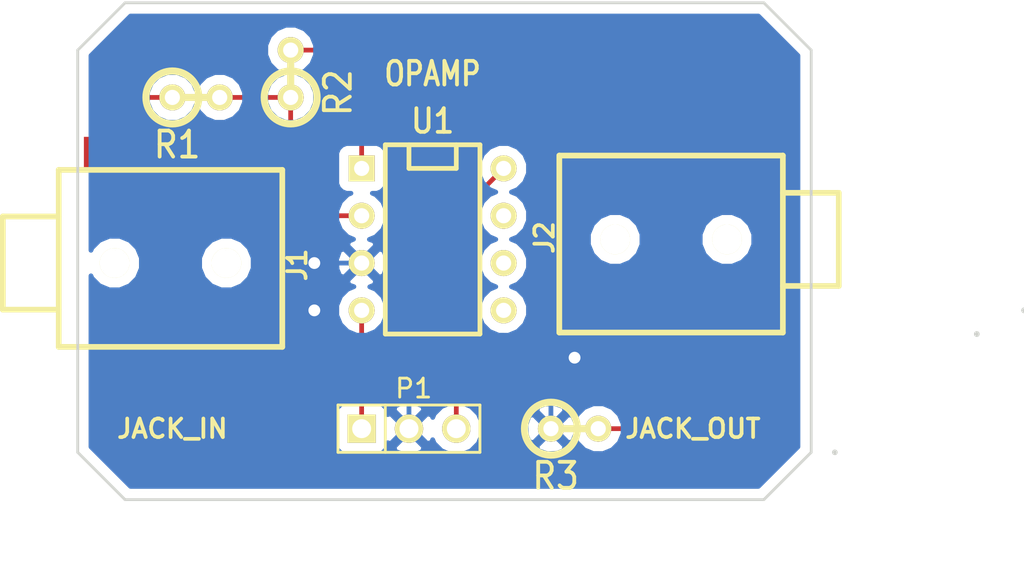
<source format=kicad_pcb>
(kicad_pcb (version 3) (host pcbnew "(2013-june-11)-stable")

  (general
    (links 13)
    (no_connects 0)
    (area 184.803599 134.544999 241.679999 167.8)
    (thickness 1.6)
    (drawings 17)
    (tracks 45)
    (zones 0)
    (modules 7)
    (nets 8)
  )

  (page A3)
  (layers
    (15 F.Cu signal)
    (0 B.Cu signal)
    (16 B.Adhes user)
    (17 F.Adhes user)
    (18 B.Paste user)
    (19 F.Paste user)
    (20 B.SilkS user)
    (21 F.SilkS user)
    (22 B.Mask user)
    (23 F.Mask user)
    (24 Dwgs.User user)
    (25 Cmts.User user)
    (26 Eco1.User user)
    (27 Eco2.User user)
    (28 Edge.Cuts user)
  )

  (setup
    (last_trace_width 0.254)
    (trace_clearance 0.254)
    (zone_clearance 0.508)
    (zone_45_only no)
    (trace_min 0.254)
    (segment_width 0.2)
    (edge_width 0.15)
    (via_size 0.889)
    (via_drill 0.635)
    (via_min_size 0.889)
    (via_min_drill 0.508)
    (uvia_size 0.508)
    (uvia_drill 0.127)
    (uvias_allowed no)
    (uvia_min_size 0.508)
    (uvia_min_drill 0.127)
    (pcb_text_width 0.3)
    (pcb_text_size 1.5 1.5)
    (mod_edge_width 0.15)
    (mod_text_size 1.5 1.5)
    (mod_text_width 0.15)
    (pad_size 1.524 1.524)
    (pad_drill 0.762)
    (pad_to_mask_clearance 0.2)
    (aux_axis_origin 229.87 158.75)
    (visible_elements FFFFFFBF)
    (pcbplotparams
      (layerselection 3178497)
      (usegerberextensions true)
      (excludeedgelayer true)
      (linewidth 0.100000)
      (plotframeref false)
      (viasonmask false)
      (mode 1)
      (useauxorigin false)
      (hpglpennumber 1)
      (hpglpenspeed 20)
      (hpglpendiameter 15)
      (hpglpenoverlay 2)
      (psnegative false)
      (psa4output false)
      (plotreference true)
      (plotvalue true)
      (plotothertext true)
      (plotinvisibletext false)
      (padsonsilk false)
      (subtractmaskfromsilk false)
      (outputformat 1)
      (mirror false)
      (drillshape 1)
      (scaleselection 1)
      (outputdirectory ""))
  )

  (net 0 "")
  (net 1 GND)
  (net 2 N-000002)
  (net 3 N-000003)
  (net 4 N-000006)
  (net 5 N-000007)
  (net 6 VCC)
  (net 7 VSS)

  (net_class Default "This is the default net class."
    (clearance 0.254)
    (trace_width 0.254)
    (via_dia 0.889)
    (via_drill 0.635)
    (uvia_dia 0.508)
    (uvia_drill 0.127)
    (add_net "")
    (add_net GND)
    (add_net N-000002)
    (add_net N-000003)
    (add_net N-000006)
    (add_net N-000007)
    (add_net VCC)
    (add_net VSS)
  )

  (module jack_3.5_sj1-3513-smt (layer F.Cu) (tedit 55400FE2) (tstamp 55400FF7)
    (at 220.98 147.32 90)
    (descr "3.5mm jack, CUI SJ1-3513-SMT")
    (path /553812AD)
    (fp_text reference J2 (at 0.1 -6.7 90) (layer F.SilkS)
      (effects (font (size 0.99822 0.99822) (thickness 0.19812)))
    )
    (fp_text value JACK_OUT (at -10.16 1.27 180) (layer F.SilkS)
      (effects (font (size 0.99822 0.99822) (thickness 0.19812)))
    )
    (fp_line (start -2.5 6.1) (end -2.5 9.1) (layer F.SilkS) (width 0.3048))
    (fp_line (start -2.5 9.1) (end 2.5 9.1) (layer F.SilkS) (width 0.3048))
    (fp_line (start 2.5 9.1) (end 2.5 6.1) (layer F.SilkS) (width 0.3048))
    (fp_line (start -5 6.1) (end -5 -5.9) (layer F.SilkS) (width 0.3048))
    (fp_line (start -5 -5.9) (end 4.5 -5.9) (layer F.SilkS) (width 0.3048))
    (fp_line (start 4.5 -5.9) (end 4.5 6.1) (layer F.SilkS) (width 0.3048))
    (fp_line (start 4.5 6.1) (end -5 6.1) (layer F.SilkS) (width 0.3048))
    (pad "" np_thru_hole circle (at 0 3.1 90) (size 1.6 1.6) (drill 1.6)
      (layers *.Cu *.Mask F.SilkS)
    )
    (pad "" np_thru_hole circle (at 0 -2.9 90) (size 1.6 1.6) (drill 1.6)
      (layers *.Cu *.Mask F.SilkS)
    )
    (pad 1 smd rect (at -5.9 3.3 90) (size 1.75 2.9)
      (layers F.Cu F.Paste F.Mask)
      (net 5 N-000007)
    )
    (pad 2 smd rect (at 5.7 -3.1 90) (size 2.25 2.9)
      (layers F.Cu F.Paste F.Mask)
      (net 3 N-000003)
    )
    (pad 3 smd rect (at -5.9 -3.05 90) (size 1.75 2.1)
      (layers F.Cu F.Paste F.Mask)
      (net 1 GND)
    )
    (model walter/conn_av/jack_3.5_sj1-3513-smt.wrl
      (at (xyz 0 0 0))
      (scale (xyz 1 1 1))
      (rotate (xyz 0 0 0))
    )
  )

  (module R1 (layer F.Cu) (tedit 200000) (tstamp 553C0417)
    (at 200.66 138.43 90)
    (descr "Resistance verticale")
    (tags R)
    (path /553812CC)
    (autoplace_cost90 10)
    (autoplace_cost180 10)
    (fp_text reference R2 (at -1.016 2.54 90) (layer F.SilkS)
      (effects (font (size 1.397 1.27) (thickness 0.2032)))
    )
    (fp_text value 50K (at -1.143 2.54 90) (layer F.SilkS) hide
      (effects (font (size 1.397 1.27) (thickness 0.2032)))
    )
    (fp_line (start -1.27 0) (end 1.27 0) (layer F.SilkS) (width 0.381))
    (fp_circle (center -1.27 0) (end -0.635 1.27) (layer F.SilkS) (width 0.381))
    (pad 1 thru_hole circle (at -1.27 0 90) (size 1.397 1.397) (drill 0.8128)
      (layers *.Cu *.Mask F.SilkS)
      (net 4 N-000006)
    )
    (pad 2 thru_hole circle (at 1.27 0 90) (size 1.397 1.397) (drill 0.8128)
      (layers *.Cu *.Mask F.SilkS)
      (net 5 N-000007)
    )
    (model discret/verti_resistor.wrl
      (at (xyz 0 0 0))
      (scale (xyz 1 1 1))
      (rotate (xyz 0 0 0))
    )
  )

  (module R1 (layer F.Cu) (tedit 200000) (tstamp 553C041F)
    (at 195.58 139.7)
    (descr "Resistance verticale")
    (tags R)
    (path /553812DB)
    (autoplace_cost90 10)
    (autoplace_cost180 10)
    (fp_text reference R1 (at -1.016 2.54) (layer F.SilkS)
      (effects (font (size 1.397 1.27) (thickness 0.2032)))
    )
    (fp_text value 2K (at -1.143 2.54) (layer F.SilkS) hide
      (effects (font (size 1.397 1.27) (thickness 0.2032)))
    )
    (fp_line (start -1.27 0) (end 1.27 0) (layer F.SilkS) (width 0.381))
    (fp_circle (center -1.27 0) (end -0.635 1.27) (layer F.SilkS) (width 0.381))
    (pad 1 thru_hole circle (at -1.27 0) (size 1.397 1.397) (drill 0.8128)
      (layers *.Cu *.Mask F.SilkS)
      (net 2 N-000002)
    )
    (pad 2 thru_hole circle (at 1.27 0) (size 1.397 1.397) (drill 0.8128)
      (layers *.Cu *.Mask F.SilkS)
      (net 4 N-000006)
    )
    (model discret/verti_resistor.wrl
      (at (xyz 0 0 0))
      (scale (xyz 1 1 1))
      (rotate (xyz 0 0 0))
    )
  )

  (module R1 (layer F.Cu) (tedit 200000) (tstamp 553C0427)
    (at 215.9 157.48)
    (descr "Resistance verticale")
    (tags R)
    (path /5538F1ED)
    (autoplace_cost90 10)
    (autoplace_cost180 10)
    (fp_text reference R3 (at -1.016 2.54) (layer F.SilkS)
      (effects (font (size 1.397 1.27) (thickness 0.2032)))
    )
    (fp_text value 2K (at -1.143 2.54) (layer F.SilkS) hide
      (effects (font (size 1.397 1.27) (thickness 0.2032)))
    )
    (fp_line (start -1.27 0) (end 1.27 0) (layer F.SilkS) (width 0.381))
    (fp_circle (center -1.27 0) (end -0.635 1.27) (layer F.SilkS) (width 0.381))
    (pad 1 thru_hole circle (at -1.27 0) (size 1.397 1.397) (drill 0.8128)
      (layers *.Cu *.Mask F.SilkS)
      (net 1 GND)
    )
    (pad 2 thru_hole circle (at 1.27 0) (size 1.397 1.397) (drill 0.8128)
      (layers *.Cu *.Mask F.SilkS)
      (net 3 N-000003)
    )
    (model discret/verti_resistor.wrl
      (at (xyz 0 0 0))
      (scale (xyz 1 1 1))
      (rotate (xyz 0 0 0))
    )
  )

  (module PIN_ARRAY_3X1 (layer F.Cu) (tedit 4C1130E0) (tstamp 553C0433)
    (at 207.01 157.48)
    (descr "Connecteur 3 pins")
    (tags "CONN DEV")
    (path /553ABCED)
    (fp_text reference P1 (at 0.254 -2.159) (layer F.SilkS)
      (effects (font (size 1.016 1.016) (thickness 0.1524)))
    )
    (fp_text value PWR_IN (at 0 -2.159) (layer F.SilkS) hide
      (effects (font (size 1.016 1.016) (thickness 0.1524)))
    )
    (fp_line (start -3.81 1.27) (end -3.81 -1.27) (layer F.SilkS) (width 0.1524))
    (fp_line (start -3.81 -1.27) (end 3.81 -1.27) (layer F.SilkS) (width 0.1524))
    (fp_line (start 3.81 -1.27) (end 3.81 1.27) (layer F.SilkS) (width 0.1524))
    (fp_line (start 3.81 1.27) (end -3.81 1.27) (layer F.SilkS) (width 0.1524))
    (fp_line (start -1.27 -1.27) (end -1.27 1.27) (layer F.SilkS) (width 0.1524))
    (pad 1 thru_hole rect (at -2.54 0) (size 1.524 1.524) (drill 1.016)
      (layers *.Cu *.Mask F.SilkS)
      (net 7 VSS)
    )
    (pad 2 thru_hole circle (at 0 0) (size 1.524 1.524) (drill 1.016)
      (layers *.Cu *.Mask F.SilkS)
      (net 1 GND)
    )
    (pad 3 thru_hole circle (at 2.54 0) (size 1.524 1.524) (drill 1.016)
      (layers *.Cu *.Mask F.SilkS)
      (net 6 VCC)
    )
    (model pin_array/pins_array_3x1.wrl
      (at (xyz 0 0 0))
      (scale (xyz 1 1 1))
      (rotate (xyz 0 0 0))
    )
  )

  (module jack_3.5_sj1-3513-smt (layer F.Cu) (tedit 55400FC1) (tstamp 553C0441)
    (at 194.31 148.59 270)
    (descr "3.5mm jack, CUI SJ1-3513-SMT")
    (path /5538123A)
    (fp_text reference J1 (at 0.1 -6.7 270) (layer F.SilkS)
      (effects (font (size 0.99822 0.99822) (thickness 0.19812)))
    )
    (fp_text value JACK_IN (at 8.89 0 360) (layer F.SilkS)
      (effects (font (size 0.99822 0.99822) (thickness 0.19812)))
    )
    (fp_line (start -2.5 6.1) (end -2.5 9.1) (layer F.SilkS) (width 0.3048))
    (fp_line (start -2.5 9.1) (end 2.5 9.1) (layer F.SilkS) (width 0.3048))
    (fp_line (start 2.5 9.1) (end 2.5 6.1) (layer F.SilkS) (width 0.3048))
    (fp_line (start -5 6.1) (end -5 -5.9) (layer F.SilkS) (width 0.3048))
    (fp_line (start -5 -5.9) (end 4.5 -5.9) (layer F.SilkS) (width 0.3048))
    (fp_line (start 4.5 -5.9) (end 4.5 6.1) (layer F.SilkS) (width 0.3048))
    (fp_line (start 4.5 6.1) (end -5 6.1) (layer F.SilkS) (width 0.3048))
    (pad "" np_thru_hole circle (at 0 3.1 270) (size 1.6 1.6) (drill 1.6)
      (layers *.Cu *.Mask F.SilkS)
    )
    (pad "" np_thru_hole circle (at 0 -2.9 270) (size 1.6 1.6) (drill 1.6)
      (layers *.Cu *.Mask F.SilkS)
    )
    (pad 1 smd rect (at -5.9 3.3 270) (size 1.75 2.9)
      (layers F.Cu F.Paste F.Mask)
      (net 2 N-000002)
    )
    (pad 2 smd rect (at 5.7 -3.1 270) (size 2.25 2.9)
      (layers F.Cu F.Paste F.Mask)
      (net 1 GND)
    )
    (pad 3 smd rect (at -5.9 -3.05 270) (size 1.75 2.1)
      (layers F.Cu F.Paste F.Mask)
      (net 1 GND)
    )
    (model walter/conn_av/jack_3.5_sj1-3513-smt.wrl
      (at (xyz 0 0 0))
      (scale (xyz 1 1 1))
      (rotate (xyz 0 0 0))
    )
  )

  (module DIP-8__300 (layer F.Cu) (tedit 553F935A) (tstamp 553C040F)
    (at 208.28 147.32 270)
    (descr "8 pins DIL package, round pads")
    (tags DIL)
    (path /55381082)
    (fp_text reference U1 (at -6.35 0 360) (layer F.SilkS)
      (effects (font (size 1.27 1.143) (thickness 0.2032)))
    )
    (fp_text value OPAMP (at -8.89 0 360) (layer F.SilkS)
      (effects (font (size 1.27 1.016) (thickness 0.2032)))
    )
    (fp_line (start -5.08 -1.27) (end -3.81 -1.27) (layer F.SilkS) (width 0.254))
    (fp_line (start -3.81 -1.27) (end -3.81 1.27) (layer F.SilkS) (width 0.254))
    (fp_line (start -3.81 1.27) (end -5.08 1.27) (layer F.SilkS) (width 0.254))
    (fp_line (start -5.08 -2.54) (end 5.08 -2.54) (layer F.SilkS) (width 0.254))
    (fp_line (start 5.08 -2.54) (end 5.08 2.54) (layer F.SilkS) (width 0.254))
    (fp_line (start 5.08 2.54) (end -5.08 2.54) (layer F.SilkS) (width 0.254))
    (fp_line (start -5.08 2.54) (end -5.08 -2.54) (layer F.SilkS) (width 0.254))
    (pad 1 thru_hole rect (at -3.81 3.81 270) (size 1.397 1.397) (drill 0.8128)
      (layers *.Cu *.Mask F.SilkS)
      (net 5 N-000007)
    )
    (pad 2 thru_hole circle (at -1.27 3.81 270) (size 1.397 1.397) (drill 0.8128)
      (layers *.Cu *.Mask F.SilkS)
      (net 4 N-000006)
    )
    (pad 3 thru_hole circle (at 1.27 3.81 270) (size 1.397 1.397) (drill 0.8128)
      (layers *.Cu *.Mask F.SilkS)
      (net 1 GND)
    )
    (pad 4 thru_hole circle (at 3.81 3.81 270) (size 1.397 1.397) (drill 0.8128)
      (layers *.Cu *.Mask F.SilkS)
      (net 7 VSS)
    )
    (pad 5 thru_hole circle (at 3.81 -3.81 270) (size 1.397 1.397) (drill 0.8128)
      (layers *.Cu *.Mask F.SilkS)
    )
    (pad 6 thru_hole circle (at 1.27 -3.81 270) (size 1.397 1.397) (drill 0.8128)
      (layers *.Cu *.Mask F.SilkS)
    )
    (pad 7 thru_hole circle (at -1.27 -3.81 270) (size 1.397 1.397) (drill 0.8128)
      (layers *.Cu *.Mask F.SilkS)
    )
    (pad 8 thru_hole circle (at -3.81 -3.81 270) (size 1.397 1.397) (drill 0.8128)
      (layers *.Cu *.Mask F.SilkS)
      (net 6 VCC)
    )
    (model dil/dil_8.wrl
      (at (xyz 0 0 0))
      (scale (xyz 1 1 1))
      (rotate (xyz 0 0 0))
    )
  )

  (dimension 26.67 (width 0.3) (layer Cmts.User)
    (gr_text "26.670 mm" (at 235.029999 147.955 270) (layer Cmts.User)
      (effects (font (size 1.5 1.5) (thickness 0.3)))
    )
    (feature1 (pts (xy 226.06 161.29) (xy 236.379999 161.29)))
    (feature2 (pts (xy 226.06 134.62) (xy 236.379999 134.62)))
    (crossbar (pts (xy 233.679999 134.62) (xy 233.679999 161.29)))
    (arrow1a (pts (xy 233.679999 161.29) (xy 233.093579 160.163497)))
    (arrow1b (pts (xy 233.679999 161.29) (xy 234.266419 160.163497)))
    (arrow2a (pts (xy 233.679999 134.62) (xy 233.093579 135.746503)))
    (arrow2b (pts (xy 233.679999 134.62) (xy 234.266419 135.746503)))
  )
  (dimension 39.37 (width 0.3) (layer Cmts.User)
    (gr_text "39.370 mm" (at 208.915 166.449999) (layer Cmts.User)
      (effects (font (size 1.5 1.5) (thickness 0.3)))
    )
    (feature1 (pts (xy 228.6 158.75) (xy 228.6 167.799999)))
    (feature2 (pts (xy 189.23 158.75) (xy 189.23 167.799999)))
    (crossbar (pts (xy 189.23 165.099999) (xy 228.6 165.099999)))
    (arrow1a (pts (xy 228.6 165.099999) (xy 227.473497 165.686419)))
    (arrow1b (pts (xy 228.6 165.099999) (xy 227.473497 164.513579)))
    (arrow2a (pts (xy 189.23 165.099999) (xy 190.356503 165.686419)))
    (arrow2b (pts (xy 189.23 165.099999) (xy 190.356503 164.513579)))
  )
  (gr_line (start 226.06 161.29) (end 191.77 161.29) (angle 90) (layer Edge.Cuts) (width 0.15))
  (gr_line (start 228.6 158.75) (end 226.06 161.29) (angle 90) (layer Edge.Cuts) (width 0.15))
  (gr_line (start 228.6 137.16) (end 228.6 158.75) (angle 90) (layer Edge.Cuts) (width 0.15))
  (gr_line (start 226.06 134.62) (end 228.6 137.16) (angle 90) (layer Edge.Cuts) (width 0.15))
  (gr_line (start 191.77 134.62) (end 226.06 134.62) (angle 90) (layer Edge.Cuts) (width 0.15))
  (gr_line (start 189.23 158.75) (end 189.23 137.16) (angle 90) (layer Edge.Cuts) (width 0.15))
  (gr_line (start 191.77 161.29) (end 189.23 158.75) (angle 90) (layer Edge.Cuts) (width 0.15))
  (gr_line (start 189.23 137.16) (end 191.77 134.62) (angle 90) (layer Edge.Cuts) (width 0.15))
  (target plus (at 240.03 151.13) (size 0.005) (width 0.15) (layer Edge.Cuts))
  (target plus (at 240.03 151.13) (size 0.005) (width 0.15) (layer Edge.Cuts))
  (target plus (at 237.49 152.4) (size 0.005) (width 0.15) (layer Edge.Cuts))
  (target plus (at 240.03 151.13) (size 0.005) (width 0.15) (layer Edge.Cuts))
  (target plus (at 229.87 158.75) (size 0.005) (width 0.15) (layer Edge.Cuts))
  (target plus (at 240.03 151.13) (size 0.005) (width 0.15) (layer Edge.Cuts))
  (target plus (at 237.49 152.4) (size 0.005) (width 0.15) (layer Edge.Cuts))

  (segment (start 217.93 153.22) (end 216.35 153.22) (width 0.254) (layer F.Cu) (net 1))
  (segment (start 214.63 154.94) (end 214.63 157.48) (width 0.254) (layer B.Cu) (net 1) (tstamp 55401020))
  (segment (start 215.9 153.67) (end 214.63 154.94) (width 0.254) (layer B.Cu) (net 1) (tstamp 5540101F))
  (via (at 215.9 153.67) (size 0.889) (layers F.Cu B.Cu) (net 1))
  (segment (start 216.35 153.22) (end 215.9 153.67) (width 0.254) (layer F.Cu) (net 1) (tstamp 5540101A))
  (segment (start 197.36 142.69) (end 197.36 144.02) (width 0.254) (layer F.Cu) (net 1))
  (segment (start 201.93 148.59) (end 204.47 148.59) (width 0.254) (layer B.Cu) (net 1) (tstamp 553F9237))
  (via (at 201.93 148.59) (size 0.889) (layers F.Cu B.Cu) (net 1))
  (segment (start 197.36 144.02) (end 201.93 148.59) (width 0.254) (layer F.Cu) (net 1) (tstamp 553F922B))
  (segment (start 204.47 148.59) (end 201.93 151.13) (width 0.254) (layer B.Cu) (net 1))
  (segment (start 201.31 154.29) (end 197.41 154.29) (width 0.254) (layer F.Cu) (net 1) (tstamp 553F921A))
  (segment (start 201.93 153.67) (end 201.31 154.29) (width 0.254) (layer F.Cu) (net 1) (tstamp 553F9219))
  (segment (start 201.93 151.13) (end 201.93 153.67) (width 0.254) (layer F.Cu) (net 1) (tstamp 553F9218))
  (via (at 201.93 151.13) (size 0.889) (layers F.Cu B.Cu) (net 1))
  (segment (start 207.01 157.48) (end 207.01 151.13) (width 0.254) (layer B.Cu) (net 1))
  (segment (start 207.01 151.13) (end 204.47 148.59) (width 0.254) (layer B.Cu) (net 1) (tstamp 553F9205))
  (segment (start 207.01 157.48) (end 209.55 160.02) (width 0.254) (layer B.Cu) (net 1))
  (segment (start 212.09 160.02) (end 214.63 157.48) (width 0.254) (layer B.Cu) (net 1) (tstamp 553F91FD))
  (segment (start 209.55 160.02) (end 212.09 160.02) (width 0.254) (layer B.Cu) (net 1) (tstamp 553F91FC))
  (segment (start 191.01 142.69) (end 191.01 141.73) (width 0.254) (layer F.Cu) (net 2))
  (segment (start 193.04 139.7) (end 194.31 139.7) (width 0.254) (layer F.Cu) (net 2) (tstamp 553F91A8))
  (segment (start 191.01 141.73) (end 193.04 139.7) (width 0.254) (layer F.Cu) (net 2) (tstamp 553F91A6))
  (segment (start 217.17 157.48) (end 218.44 157.48) (width 0.254) (layer F.Cu) (net 3))
  (segment (start 219.71 143.45) (end 217.88 141.62) (width 0.254) (layer F.Cu) (net 3) (tstamp 55401039))
  (segment (start 219.71 156.21) (end 219.71 143.45) (width 0.254) (layer F.Cu) (net 3) (tstamp 55401036))
  (segment (start 218.44 157.48) (end 219.71 156.21) (width 0.254) (layer F.Cu) (net 3) (tstamp 55401030))
  (segment (start 196.85 139.7) (end 200.66 139.7) (width 0.254) (layer F.Cu) (net 4))
  (segment (start 200.66 139.7) (end 200.66 142.24) (width 0.254) (layer F.Cu) (net 4) (tstamp 553F9193))
  (segment (start 200.66 142.24) (end 200.66 143.51) (width 0.254) (layer F.Cu) (net 4) (tstamp 553F9194))
  (segment (start 200.66 143.51) (end 200.66 144.78) (width 0.254) (layer F.Cu) (net 4) (tstamp 553F9198))
  (segment (start 200.66 144.78) (end 201.93 146.05) (width 0.254) (layer F.Cu) (net 4) (tstamp 553F919B))
  (segment (start 201.93 146.05) (end 204.47 146.05) (width 0.254) (layer F.Cu) (net 4) (tstamp 553F919F))
  (segment (start 204.47 140.97) (end 205.74 139.7) (width 0.254) (layer F.Cu) (net 5))
  (segment (start 222.25 151.19) (end 224.28 153.22) (width 0.254) (layer F.Cu) (net 5) (tstamp 5540100F))
  (segment (start 222.25 139.7) (end 222.25 151.19) (width 0.254) (layer F.Cu) (net 5) (tstamp 5540100D))
  (segment (start 220.98 138.43) (end 222.25 139.7) (width 0.254) (layer F.Cu) (net 5) (tstamp 5540100C))
  (segment (start 207.01 138.43) (end 220.98 138.43) (width 0.254) (layer F.Cu) (net 5) (tstamp 5540100B))
  (segment (start 205.74 139.7) (end 207.01 138.43) (width 0.254) (layer F.Cu) (net 5) (tstamp 5540100A))
  (segment (start 204.47 143.51) (end 204.47 140.97) (width 0.254) (layer F.Cu) (net 5))
  (segment (start 204.47 140.97) (end 204.47 138.43) (width 0.254) (layer F.Cu) (net 5) (tstamp 55401008))
  (segment (start 203.2 137.16) (end 200.66 137.16) (width 0.254) (layer F.Cu) (net 5) (tstamp 553F918E))
  (segment (start 204.47 138.43) (end 203.2 137.16) (width 0.254) (layer F.Cu) (net 5) (tstamp 553F9186))
  (segment (start 209.55 157.48) (end 209.55 146.05) (width 0.254) (layer F.Cu) (net 6))
  (segment (start 209.55 146.05) (end 212.09 143.51) (width 0.254) (layer F.Cu) (net 6) (tstamp 553F91B3))
  (segment (start 204.47 157.48) (end 204.47 151.13) (width 0.254) (layer F.Cu) (net 7))

  (zone (net 1) (net_name GND) (layer B.Cu) (tstamp 55401133) (hatch edge 0.508)
    (connect_pads (clearance 0.508))
    (min_thickness 0.254)
    (fill (arc_segments 16) (thermal_gap 0.508) (thermal_bridge_width 0.508))
    (polygon
      (pts
        (xy 228.6 158.75) (xy 226.06 161.29) (xy 191.77 161.29) (xy 189.23 158.75) (xy 189.23 137.16)
        (xy 191.77 134.62) (xy 226.06 134.62) (xy 228.6 137.16)
      )
    )
    (filled_polygon
      (pts
        (xy 227.89 158.455908) (xy 225.765908 160.58) (xy 225.515248 160.58) (xy 225.515248 147.035813) (xy 225.297243 146.5082)
        (xy 224.893923 146.104176) (xy 224.366691 145.88525) (xy 223.795813 145.884752) (xy 223.2682 146.102757) (xy 222.864176 146.506077)
        (xy 222.64525 147.033309) (xy 222.644752 147.604187) (xy 222.862757 148.1318) (xy 223.266077 148.535824) (xy 223.793309 148.75475)
        (xy 224.364187 148.755248) (xy 224.8918 148.537243) (xy 225.295824 148.133923) (xy 225.51475 147.606691) (xy 225.515248 147.035813)
        (xy 225.515248 160.58) (xy 219.515248 160.58) (xy 219.515248 147.035813) (xy 219.297243 146.5082) (xy 218.893923 146.104176)
        (xy 218.366691 145.88525) (xy 217.795813 145.884752) (xy 217.2682 146.102757) (xy 216.864176 146.506077) (xy 216.64525 147.033309)
        (xy 216.644752 147.604187) (xy 216.862757 148.1318) (xy 217.266077 148.535824) (xy 217.793309 148.75475) (xy 218.364187 148.755248)
        (xy 218.8918 148.537243) (xy 219.295824 148.133923) (xy 219.51475 147.606691) (xy 219.515248 147.035813) (xy 219.515248 160.58)
        (xy 218.50373 160.58) (xy 218.50373 157.215914) (xy 218.301145 156.72562) (xy 217.926353 156.350174) (xy 217.436413 156.146733)
        (xy 216.905914 156.14627) (xy 216.41562 156.348855) (xy 216.040174 156.723647) (xy 215.906685 157.045122) (xy 215.799798 156.787072)
        (xy 215.564186 156.725419) (xy 215.384581 156.905024) (xy 215.384581 156.545814) (xy 215.322928 156.310202) (xy 214.82252 156.134076)
        (xy 214.292802 156.162854) (xy 213.937072 156.310202) (xy 213.875419 156.545814) (xy 214.63 157.300395) (xy 215.384581 156.545814)
        (xy 215.384581 156.905024) (xy 214.809605 157.48) (xy 215.564186 158.234581) (xy 215.799798 158.172928) (xy 215.898082 157.893683)
        (xy 216.038855 158.23438) (xy 216.413647 158.609826) (xy 216.903587 158.813267) (xy 217.434086 158.81373) (xy 217.92438 158.611145)
        (xy 218.299826 158.236353) (xy 218.503267 157.746413) (xy 218.50373 157.215914) (xy 218.50373 160.58) (xy 215.384581 160.58)
        (xy 215.384581 158.414186) (xy 214.63 157.659605) (xy 214.450395 157.83921) (xy 214.450395 157.48) (xy 213.695814 156.725419)
        (xy 213.460202 156.787072) (xy 213.42373 156.890695) (xy 213.42373 150.865914) (xy 213.221145 150.37562) (xy 212.846353 150.000174)
        (xy 212.508551 149.859906) (xy 212.84438 149.721145) (xy 213.219826 149.346353) (xy 213.423267 148.856413) (xy 213.42373 148.325914)
        (xy 213.221145 147.83562) (xy 212.846353 147.460174) (xy 212.508551 147.319906) (xy 212.84438 147.181145) (xy 213.219826 146.806353)
        (xy 213.423267 146.316413) (xy 213.42373 145.785914) (xy 213.221145 145.29562) (xy 212.846353 144.920174) (xy 212.508551 144.779906)
        (xy 212.84438 144.641145) (xy 213.219826 144.266353) (xy 213.423267 143.776413) (xy 213.42373 143.245914) (xy 213.221145 142.75562)
        (xy 212.846353 142.380174) (xy 212.356413 142.176733) (xy 211.825914 142.17627) (xy 211.33562 142.378855) (xy 210.960174 142.753647)
        (xy 210.756733 143.243587) (xy 210.75627 143.774086) (xy 210.958855 144.26438) (xy 211.333647 144.639826) (xy 211.671448 144.780093)
        (xy 211.33562 144.918855) (xy 210.960174 145.293647) (xy 210.756733 145.783587) (xy 210.75627 146.314086) (xy 210.958855 146.80438)
        (xy 211.333647 147.179826) (xy 211.671448 147.320093) (xy 211.33562 147.458855) (xy 210.960174 147.833647) (xy 210.756733 148.323587)
        (xy 210.75627 148.854086) (xy 210.958855 149.34438) (xy 211.333647 149.719826) (xy 211.671448 149.860093) (xy 211.33562 149.998855)
        (xy 210.960174 150.373647) (xy 210.756733 150.863587) (xy 210.75627 151.394086) (xy 210.958855 151.88438) (xy 211.333647 152.259826)
        (xy 211.823587 152.463267) (xy 212.354086 152.46373) (xy 212.84438 152.261145) (xy 213.219826 151.886353) (xy 213.423267 151.396413)
        (xy 213.42373 150.865914) (xy 213.42373 156.890695) (xy 213.284076 157.28748) (xy 213.312854 157.817198) (xy 213.460202 158.172928)
        (xy 213.695814 158.234581) (xy 214.450395 157.48) (xy 214.450395 157.83921) (xy 213.875419 158.414186) (xy 213.937072 158.649798)
        (xy 214.43748 158.825924) (xy 214.967198 158.797146) (xy 215.322928 158.649798) (xy 215.384581 158.414186) (xy 215.384581 160.58)
        (xy 210.947241 160.58) (xy 210.947241 157.203339) (xy 210.735009 156.689697) (xy 210.34237 156.296372) (xy 209.829099 156.083244)
        (xy 209.273339 156.082759) (xy 208.759697 156.294991) (xy 208.366372 156.68763) (xy 208.286605 156.87973) (xy 208.232396 156.748858)
        (xy 207.990212 156.679393) (xy 207.810607 156.858998) (xy 207.810607 156.499788) (xy 207.741142 156.257604) (xy 207.217696 156.070857)
        (xy 206.662631 156.09864) (xy 206.278858 156.257604) (xy 206.209393 156.499788) (xy 207.01 157.300395) (xy 207.810607 156.499788)
        (xy 207.810607 156.858998) (xy 207.189605 157.48) (xy 207.990212 158.280607) (xy 208.232396 158.211142) (xy 208.282508 158.070678)
        (xy 208.364991 158.270303) (xy 208.75763 158.663628) (xy 209.270901 158.876756) (xy 209.826661 158.877241) (xy 210.340303 158.665009)
        (xy 210.733628 158.27237) (xy 210.946756 157.759099) (xy 210.947241 157.203339) (xy 210.947241 160.58) (xy 207.810607 160.58)
        (xy 207.810607 158.460212) (xy 207.01 157.659605) (xy 206.830395 157.83921) (xy 206.830395 157.48) (xy 206.029788 156.679393)
        (xy 205.86711 156.726053) (xy 205.86711 156.592245) (xy 205.815924 156.468364) (xy 205.815924 148.78252) (xy 205.80373 148.558064)
        (xy 205.80373 145.785914) (xy 205.601145 145.29562) (xy 205.226353 144.920174) (xy 205.041966 144.84361) (xy 205.294255 144.84361)
        (xy 205.527729 144.747141) (xy 205.706513 144.568668) (xy 205.803389 144.335364) (xy 205.80361 144.082745) (xy 205.80361 142.685745)
        (xy 205.707141 142.452271) (xy 205.528668 142.273487) (xy 205.295364 142.176611) (xy 205.042745 142.17639) (xy 203.645745 142.17639)
        (xy 203.412271 142.272859) (xy 203.233487 142.451332) (xy 203.136611 142.684636) (xy 203.13639 142.937255) (xy 203.13639 144.334255)
        (xy 203.232859 144.567729) (xy 203.411332 144.746513) (xy 203.644636 144.843389) (xy 203.897255 144.84361) (xy 203.897727 144.84361)
        (xy 203.71562 144.918855) (xy 203.340174 145.293647) (xy 203.136733 145.783587) (xy 203.13627 146.314086) (xy 203.338855 146.80438)
        (xy 203.713647 147.179826) (xy 204.035122 147.313314) (xy 203.777072 147.420202) (xy 203.715419 147.655814) (xy 204.47 148.410395)
        (xy 205.224581 147.655814) (xy 205.162928 147.420202) (xy 204.883683 147.321917) (xy 205.22438 147.181145) (xy 205.599826 146.806353)
        (xy 205.803267 146.316413) (xy 205.80373 145.785914) (xy 205.80373 148.558064) (xy 205.787146 148.252802) (xy 205.639798 147.897072)
        (xy 205.404186 147.835419) (xy 204.649605 148.59) (xy 205.404186 149.344581) (xy 205.639798 149.282928) (xy 205.815924 148.78252)
        (xy 205.815924 156.468364) (xy 205.80373 156.438852) (xy 205.80373 150.865914) (xy 205.601145 150.37562) (xy 205.226353 150.000174)
        (xy 204.904877 149.866685) (xy 205.162928 149.759798) (xy 205.224581 149.524186) (xy 204.47 148.769605) (xy 204.290395 148.94921)
        (xy 204.290395 148.59) (xy 203.535814 147.835419) (xy 203.300202 147.897072) (xy 203.124076 148.39748) (xy 203.152854 148.927198)
        (xy 203.300202 149.282928) (xy 203.535814 149.344581) (xy 204.290395 148.59) (xy 204.290395 148.94921) (xy 203.715419 149.524186)
        (xy 203.777072 149.759798) (xy 204.056316 149.858082) (xy 203.71562 149.998855) (xy 203.340174 150.373647) (xy 203.136733 150.863587)
        (xy 203.13627 151.394086) (xy 203.338855 151.88438) (xy 203.713647 152.259826) (xy 204.203587 152.463267) (xy 204.734086 152.46373)
        (xy 205.22438 152.261145) (xy 205.599826 151.886353) (xy 205.803267 151.396413) (xy 205.80373 150.865914) (xy 205.80373 156.438852)
        (xy 205.770641 156.358771) (xy 205.592168 156.179987) (xy 205.358864 156.083111) (xy 205.106245 156.08289) (xy 203.582245 156.08289)
        (xy 203.348771 156.179359) (xy 203.169987 156.357832) (xy 203.073111 156.591136) (xy 203.07289 156.843755) (xy 203.07289 158.367755)
        (xy 203.169359 158.601229) (xy 203.347832 158.780013) (xy 203.581136 158.876889) (xy 203.833755 158.87711) (xy 205.357755 158.87711)
        (xy 205.591229 158.780641) (xy 205.770013 158.602168) (xy 205.866889 158.368864) (xy 205.867007 158.233916) (xy 206.029788 158.280607)
        (xy 206.830395 157.48) (xy 206.830395 157.83921) (xy 206.209393 158.460212) (xy 206.278858 158.702396) (xy 206.802304 158.889143)
        (xy 207.357369 158.86136) (xy 207.741142 158.702396) (xy 207.810607 158.460212) (xy 207.810607 160.58) (xy 201.99373 160.58)
        (xy 201.99373 139.435914) (xy 201.791145 138.94562) (xy 201.416353 138.570174) (xy 201.078551 138.429906) (xy 201.41438 138.291145)
        (xy 201.789826 137.916353) (xy 201.993267 137.426413) (xy 201.99373 136.895914) (xy 201.791145 136.40562) (xy 201.416353 136.030174)
        (xy 200.926413 135.826733) (xy 200.395914 135.82627) (xy 199.90562 136.028855) (xy 199.530174 136.403647) (xy 199.326733 136.893587)
        (xy 199.32627 137.424086) (xy 199.528855 137.91438) (xy 199.903647 138.289826) (xy 200.241448 138.430093) (xy 199.90562 138.568855)
        (xy 199.530174 138.943647) (xy 199.326733 139.433587) (xy 199.32627 139.964086) (xy 199.528855 140.45438) (xy 199.903647 140.829826)
        (xy 200.393587 141.033267) (xy 200.924086 141.03373) (xy 201.41438 140.831145) (xy 201.789826 140.456353) (xy 201.993267 139.966413)
        (xy 201.99373 139.435914) (xy 201.99373 160.58) (xy 198.645248 160.58) (xy 198.645248 148.305813) (xy 198.427243 147.7782)
        (xy 198.18373 147.534261) (xy 198.18373 139.435914) (xy 197.981145 138.94562) (xy 197.606353 138.570174) (xy 197.116413 138.366733)
        (xy 196.585914 138.36627) (xy 196.09562 138.568855) (xy 195.720174 138.943647) (xy 195.579906 139.281448) (xy 195.441145 138.94562)
        (xy 195.066353 138.570174) (xy 194.576413 138.366733) (xy 194.045914 138.36627) (xy 193.55562 138.568855) (xy 193.180174 138.943647)
        (xy 192.976733 139.433587) (xy 192.97627 139.964086) (xy 193.178855 140.45438) (xy 193.553647 140.829826) (xy 194.043587 141.033267)
        (xy 194.574086 141.03373) (xy 195.06438 140.831145) (xy 195.439826 140.456353) (xy 195.580093 140.118551) (xy 195.718855 140.45438)
        (xy 196.093647 140.829826) (xy 196.583587 141.033267) (xy 197.114086 141.03373) (xy 197.60438 140.831145) (xy 197.979826 140.456353)
        (xy 198.183267 139.966413) (xy 198.18373 139.435914) (xy 198.18373 147.534261) (xy 198.023923 147.374176) (xy 197.496691 147.15525)
        (xy 196.925813 147.154752) (xy 196.3982 147.372757) (xy 195.994176 147.776077) (xy 195.77525 148.303309) (xy 195.774752 148.874187)
        (xy 195.992757 149.4018) (xy 196.396077 149.805824) (xy 196.923309 150.02475) (xy 197.494187 150.025248) (xy 198.0218 149.807243)
        (xy 198.425824 149.403923) (xy 198.64475 148.876691) (xy 198.645248 148.305813) (xy 198.645248 160.58) (xy 192.064091 160.58)
        (xy 189.94 158.455908) (xy 189.94 149.274118) (xy 189.992757 149.4018) (xy 190.396077 149.805824) (xy 190.923309 150.02475)
        (xy 191.494187 150.025248) (xy 192.0218 149.807243) (xy 192.425824 149.403923) (xy 192.64475 148.876691) (xy 192.645248 148.305813)
        (xy 192.427243 147.7782) (xy 192.023923 147.374176) (xy 191.496691 147.15525) (xy 190.925813 147.154752) (xy 190.3982 147.372757)
        (xy 189.994176 147.776077) (xy 189.94 147.906547) (xy 189.94 137.454091) (xy 192.064091 135.33) (xy 225.765908 135.33)
        (xy 227.89 137.454091) (xy 227.89 158.455908)
      )
    )
  )
)

</source>
